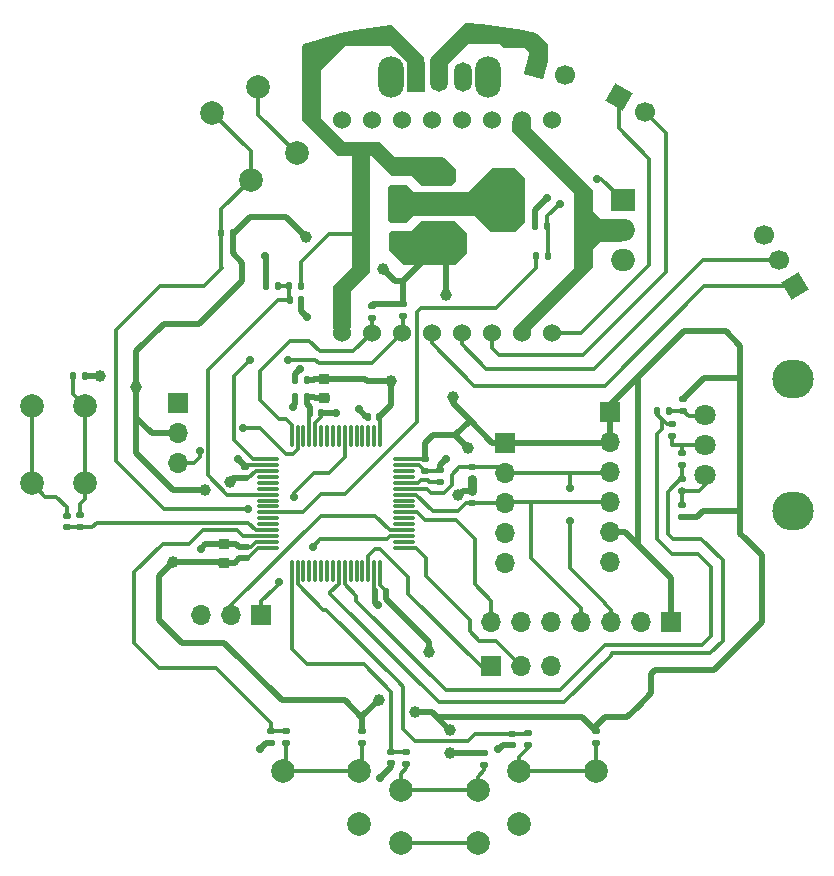
<source format=gtl>
%TF.GenerationSoftware,KiCad,Pcbnew,8.0.4*%
%TF.CreationDate,2024-08-30T00:59:45+02:00*%
%TF.ProjectId,smartEggTimer,736d6172-7445-4676-9754-696d65722e6b,rev?*%
%TF.SameCoordinates,Original*%
%TF.FileFunction,Copper,L1,Top*%
%TF.FilePolarity,Positive*%
%FSLAX46Y46*%
G04 Gerber Fmt 4.6, Leading zero omitted, Abs format (unit mm)*
G04 Created by KiCad (PCBNEW 8.0.4) date 2024-08-30 00:59:45*
%MOMM*%
%LPD*%
G01*
G04 APERTURE LIST*
G04 Aperture macros list*
%AMRoundRect*
0 Rectangle with rounded corners*
0 $1 Rounding radius*
0 $2 $3 $4 $5 $6 $7 $8 $9 X,Y pos of 4 corners*
0 Add a 4 corners polygon primitive as box body*
4,1,4,$2,$3,$4,$5,$6,$7,$8,$9,$2,$3,0*
0 Add four circle primitives for the rounded corners*
1,1,$1+$1,$2,$3*
1,1,$1+$1,$4,$5*
1,1,$1+$1,$6,$7*
1,1,$1+$1,$8,$9*
0 Add four rect primitives between the rounded corners*
20,1,$1+$1,$2,$3,$4,$5,0*
20,1,$1+$1,$4,$5,$6,$7,0*
20,1,$1+$1,$6,$7,$8,$9,0*
20,1,$1+$1,$8,$9,$2,$3,0*%
%AMHorizOval*
0 Thick line with rounded ends*
0 $1 width*
0 $2 $3 position (X,Y) of the first rounded end (center of the circle)*
0 $4 $5 position (X,Y) of the second rounded end (center of the circle)*
0 Add line between two ends*
20,1,$1,$2,$3,$4,$5,0*
0 Add two circle primitives to create the rounded ends*
1,1,$1,$2,$3*
1,1,$1,$4,$5*%
%AMRotRect*
0 Rectangle, with rotation*
0 The origin of the aperture is its center*
0 $1 length*
0 $2 width*
0 $3 Rotation angle, in degrees counterclockwise*
0 Add horizontal line*
21,1,$1,$2,0,0,$3*%
G04 Aperture macros list end*
%TA.AperFunction,ComponentPad*%
%ADD10C,2.000000*%
%TD*%
%TA.AperFunction,SMDPad,CuDef*%
%ADD11RoundRect,0.135000X0.185000X-0.135000X0.185000X0.135000X-0.185000X0.135000X-0.185000X-0.135000X0*%
%TD*%
%TA.AperFunction,SMDPad,CuDef*%
%ADD12RoundRect,0.135000X-0.135000X-0.185000X0.135000X-0.185000X0.135000X0.185000X-0.135000X0.185000X0*%
%TD*%
%TA.AperFunction,ComponentPad*%
%ADD13R,1.700000X1.700000*%
%TD*%
%TA.AperFunction,ComponentPad*%
%ADD14O,1.700000X1.700000*%
%TD*%
%TA.AperFunction,SMDPad,CuDef*%
%ADD15RoundRect,0.140000X-0.140000X-0.170000X0.140000X-0.170000X0.140000X0.170000X-0.140000X0.170000X0*%
%TD*%
%TA.AperFunction,SMDPad,CuDef*%
%ADD16RoundRect,0.135000X-0.185000X0.135000X-0.185000X-0.135000X0.185000X-0.135000X0.185000X0.135000X0*%
%TD*%
%TA.AperFunction,SMDPad,CuDef*%
%ADD17RoundRect,0.140000X0.140000X0.170000X-0.140000X0.170000X-0.140000X-0.170000X0.140000X-0.170000X0*%
%TD*%
%TA.AperFunction,ComponentPad*%
%ADD18C,1.524000*%
%TD*%
%TA.AperFunction,SMDPad,CuDef*%
%ADD19R,2.465000X1.050000*%
%TD*%
%TA.AperFunction,SMDPad,CuDef*%
%ADD20R,2.465000X3.540000*%
%TD*%
%TA.AperFunction,SMDPad,CuDef*%
%ADD21RoundRect,0.140000X-0.170000X0.140000X-0.170000X-0.140000X0.170000X-0.140000X0.170000X0.140000X0*%
%TD*%
%TA.AperFunction,SMDPad,CuDef*%
%ADD22RoundRect,0.140000X0.170000X-0.140000X0.170000X0.140000X-0.170000X0.140000X-0.170000X-0.140000X0*%
%TD*%
%TA.AperFunction,ComponentPad*%
%ADD23C,1.800000*%
%TD*%
%TA.AperFunction,ComponentPad*%
%ADD24O,3.500000X3.300000*%
%TD*%
%TA.AperFunction,SMDPad,CuDef*%
%ADD25O,0.300000X2.000000*%
%TD*%
%TA.AperFunction,SMDPad,CuDef*%
%ADD26O,2.000000X0.300000*%
%TD*%
%TA.AperFunction,SMDPad,CuDef*%
%ADD27RoundRect,0.250000X-0.475000X0.250000X-0.475000X-0.250000X0.475000X-0.250000X0.475000X0.250000X0*%
%TD*%
%TA.AperFunction,SMDPad,CuDef*%
%ADD28RoundRect,0.135000X0.135000X0.185000X-0.135000X0.185000X-0.135000X-0.185000X0.135000X-0.185000X0*%
%TD*%
%TA.AperFunction,ComponentPad*%
%ADD29RotRect,1.700000X1.700000X60.000000*%
%TD*%
%TA.AperFunction,ComponentPad*%
%ADD30HorizOval,1.700000X0.000000X0.000000X0.000000X0.000000X0*%
%TD*%
%TA.AperFunction,ComponentPad*%
%ADD31RotRect,1.700000X1.700000X211.000000*%
%TD*%
%TA.AperFunction,ComponentPad*%
%ADD32HorizOval,1.700000X0.000000X0.000000X0.000000X0.000000X0*%
%TD*%
%TA.AperFunction,ComponentPad*%
%ADD33R,2.000000X1.905000*%
%TD*%
%TA.AperFunction,ComponentPad*%
%ADD34O,2.000000X1.905000*%
%TD*%
%TA.AperFunction,SMDPad,CuDef*%
%ADD35RoundRect,0.225000X0.250000X-0.225000X0.250000X0.225000X-0.250000X0.225000X-0.250000X-0.225000X0*%
%TD*%
%TA.AperFunction,SMDPad,CuDef*%
%ADD36RoundRect,0.218750X0.256250X-0.218750X0.256250X0.218750X-0.256250X0.218750X-0.256250X-0.218750X0*%
%TD*%
%TA.AperFunction,ComponentPad*%
%ADD37RotRect,1.700000X1.700000X75.000000*%
%TD*%
%TA.AperFunction,ComponentPad*%
%ADD38HorizOval,1.700000X0.000000X0.000000X0.000000X0.000000X0*%
%TD*%
%TA.AperFunction,SMDPad,CuDef*%
%ADD39RoundRect,0.250000X0.475000X-0.250000X0.475000X0.250000X-0.475000X0.250000X-0.475000X-0.250000X0*%
%TD*%
%TA.AperFunction,ComponentPad*%
%ADD40O,2.200000X3.500000*%
%TD*%
%TA.AperFunction,ComponentPad*%
%ADD41R,1.500000X2.500000*%
%TD*%
%TA.AperFunction,ComponentPad*%
%ADD42O,1.500000X2.500000*%
%TD*%
%TA.AperFunction,ViaPad*%
%ADD43C,1.000000*%
%TD*%
%TA.AperFunction,ViaPad*%
%ADD44C,0.700000*%
%TD*%
%TA.AperFunction,Conductor*%
%ADD45C,0.500000*%
%TD*%
%TA.AperFunction,Conductor*%
%ADD46C,0.300000*%
%TD*%
%TA.AperFunction,Conductor*%
%ADD47C,0.800000*%
%TD*%
%TA.AperFunction,Conductor*%
%ADD48C,0.200000*%
%TD*%
G04 APERTURE END LIST*
D10*
%TO.P,SW6,1,1*%
%TO.N,GND*%
X106750000Y-132120000D03*
%TO.P,SW6,2,2*%
%TO.N,Net-(R20-Pad1)*%
X113250000Y-127620000D03*
X106750000Y-127620000D03*
%TD*%
D11*
%TO.P,R11,1*%
%TO.N,+3.3V*%
X120575000Y-106085000D03*
%TO.P,R11,2*%
%TO.N,Net-(R10-Pad1)*%
X120575000Y-105065000D03*
%TD*%
D12*
%TO.P,R12,1*%
%TO.N,/Battery_indicator*%
X87275000Y-86585000D03*
%TO.P,R12,2*%
%TO.N,/Battery-SW*%
X88295000Y-86585000D03*
%TD*%
D13*
%TO.P,J7,1,Pin_1*%
%TO.N,GND*%
X77900000Y-96500000D03*
D14*
%TO.P,J7,2,Pin_2*%
%TO.N,+3.3V*%
X77900000Y-99040000D03*
%TO.P,J7,3,Pin_3*%
%TO.N,/LED*%
X77900000Y-101580000D03*
%TD*%
D13*
%TO.P,J2,1,Pin_1*%
%TO.N,/JTAG_SWD*%
X104425000Y-118725000D03*
D14*
%TO.P,J2,2,Pin_2*%
%TO.N,/JTAG_SWCLK*%
X106965000Y-118725000D03*
%TO.P,J2,3,Pin_3*%
%TO.N,GND*%
X109505000Y-118725000D03*
%TD*%
D15*
%TO.P,C7,1*%
%TO.N,+3.3VA*%
X89070000Y-97275000D03*
%TO.P,C7,2*%
%TO.N,GND*%
X90030000Y-97275000D03*
%TD*%
D11*
%TO.P,R10,1*%
%TO.N,Net-(R10-Pad1)*%
X120575000Y-103885000D03*
%TO.P,R10,2*%
%TO.N,/Rotary Encoder b*%
X120575000Y-102865000D03*
%TD*%
D16*
%TO.P,R8,1*%
%TO.N,+3.3V*%
X120685000Y-96095000D03*
%TO.P,R8,2*%
%TO.N,Net-(R8-Pad2)*%
X120685000Y-97115000D03*
%TD*%
D11*
%TO.P,R20,1*%
%TO.N,Net-(R20-Pad1)*%
X113250000Y-125250000D03*
%TO.P,R20,2*%
%TO.N,+3.3V*%
X113250000Y-124230000D03*
%TD*%
D12*
%TO.P,R14,1*%
%TO.N,Net-(R14-Pad1)*%
X68965000Y-94200000D03*
%TO.P,R14,2*%
%TO.N,+3.3V*%
X69985000Y-94200000D03*
%TD*%
D10*
%TO.P,SW4,1,1*%
%TO.N,GND*%
X103250000Y-133750000D03*
X96750000Y-133750000D03*
%TO.P,SW4,2,2*%
%TO.N,Net-(R16-Pad1)*%
X103250000Y-129250000D03*
X96750000Y-129250000D03*
%TD*%
D17*
%TO.P,C3,1*%
%TO.N,+3.3V*%
X95530000Y-112450000D03*
%TO.P,C3,2*%
%TO.N,GND*%
X94570000Y-112450000D03*
%TD*%
D10*
%TO.P,SW3,1,1*%
%TO.N,GND*%
X65500000Y-103250000D03*
X65500000Y-96750000D03*
%TO.P,SW3,2,2*%
%TO.N,Net-(R14-Pad1)*%
X70000000Y-103250000D03*
X70000000Y-96750000D03*
%TD*%
D11*
%TO.P,R16,1*%
%TO.N,Net-(R16-Pad1)*%
X103816400Y-127119600D03*
%TO.P,R16,2*%
%TO.N,+3.3V*%
X103816400Y-126099600D03*
%TD*%
D18*
%TO.P,DFPlayerMini1,1,VCC*%
%TO.N,/Battery-SW*%
X91740000Y-90559000D03*
%TO.P,DFPlayerMini1,2,RX*%
%TO.N,/USART2_TX*%
X94280000Y-90559000D03*
%TO.P,DFPlayerMini1,3,TX*%
%TO.N,/USART2_RX*%
X96820000Y-90559000D03*
%TO.P,DFPlayerMini1,4,DAC_R*%
%TO.N,/DAC_R*%
X99360000Y-90559000D03*
%TO.P,DFPlayerMini1,5,DAC_L*%
%TO.N,/DAC_L*%
X101900000Y-90559000D03*
%TO.P,DFPlayerMini1,6,SPK_1*%
%TO.N,/SPK+*%
X104440000Y-90559000D03*
%TO.P,DFPlayerMini1,7,GND*%
%TO.N,/DFPlayer-Minus*%
X106980000Y-90559000D03*
%TO.P,DFPlayerMini1,8,SPK_2*%
%TO.N,/SPK-*%
X109520000Y-90559000D03*
%TO.P,DFPlayerMini1,9,IO_1*%
%TO.N,unconnected-(DFPlayerMini1-IO_1-Pad9)*%
X109520000Y-72525000D03*
%TO.P,DFPlayerMini1,10,GND*%
%TO.N,/DFPlayer-Minus*%
X106980000Y-72525000D03*
%TO.P,DFPlayerMini1,11,IO_2*%
%TO.N,unconnected-(DFPlayerMini1-IO_2-Pad11)*%
X104440000Y-72525000D03*
%TO.P,DFPlayerMini1,12,ADKEY_1*%
%TO.N,unconnected-(DFPlayerMini1-ADKEY_1-Pad12)*%
X101900000Y-72525000D03*
%TO.P,DFPlayerMini1,13,ADKEY_2*%
%TO.N,unconnected-(DFPlayerMini1-ADKEY_2-Pad13)*%
X99360000Y-72525000D03*
%TO.P,DFPlayerMini1,14,USB+*%
%TO.N,unconnected-(DFPlayerMini1-USB+-Pad14)*%
X96820000Y-72525000D03*
%TO.P,DFPlayerMini1,15,USB-*%
%TO.N,unconnected-(DFPlayerMini1-USB--Pad15)*%
X94280000Y-72525000D03*
%TO.P,DFPlayerMini1,16,BUSY*%
%TO.N,unconnected-(DFPlayerMini1-BUSY-Pad16)*%
X91740000Y-72525000D03*
%TD*%
D19*
%TO.P,U2,1,VI*%
%TO.N,/Battery-SW*%
X99842500Y-77300000D03*
D20*
%TO.P,U2,2,GND*%
%TO.N,GND*%
X105557500Y-79600000D03*
D19*
X99842500Y-79600000D03*
%TO.P,U2,3,VO*%
%TO.N,+3.3V*%
X99842500Y-81900000D03*
%TD*%
D21*
%TO.P,C17,1*%
%TO.N,/Button_2*%
X85750000Y-124270000D03*
%TO.P,C17,2*%
%TO.N,GND*%
X85750000Y-125230000D03*
%TD*%
D12*
%TO.P,R1,1*%
%TO.N,/NRST*%
X81540000Y-82050000D03*
%TO.P,R1,2*%
%TO.N,+3.3V*%
X82560000Y-82050000D03*
%TD*%
%TO.P,R5,1*%
%TO.N,/DFPlayer-On{slash}Off switch*%
X108230000Y-84050000D03*
%TO.P,R5,2*%
%TO.N,Net-(Q1-G)*%
X109250000Y-84050000D03*
%TD*%
D10*
%TO.P,SW5,1,1*%
%TO.N,GND*%
X93250000Y-132120000D03*
%TO.P,SW5,2,2*%
%TO.N,Net-(R18-Pad1)*%
X93250000Y-127620000D03*
X86750000Y-127620000D03*
%TD*%
D11*
%TO.P,R15,1*%
%TO.N,/Button_1*%
X69600000Y-107000000D03*
%TO.P,R15,2*%
%TO.N,Net-(R14-Pad1)*%
X69600000Y-105980000D03*
%TD*%
D16*
%TO.P,R23,1*%
%TO.N,+3.3V*%
X96900000Y-88125000D03*
%TO.P,R23,2*%
%TO.N,/USART2_RX*%
X96900000Y-89145000D03*
%TD*%
D15*
%TO.P,C14,1*%
%TO.N,/Battery_indicator*%
X87335000Y-87785000D03*
%TO.P,C14,2*%
%TO.N,GND*%
X88295000Y-87785000D03*
%TD*%
D16*
%TO.P,R7,1*%
%TO.N,/I2C1_SDA*%
X102800000Y-101890000D03*
%TO.P,R7,2*%
%TO.N,+3.3V*%
X102800000Y-102910000D03*
%TD*%
D17*
%TO.P,C9,1*%
%TO.N,+3.3V*%
X88770000Y-94555000D03*
%TO.P,C9,2*%
%TO.N,GND*%
X87810000Y-94555000D03*
%TD*%
D22*
%TO.P,C2,1*%
%TO.N,+3.3V*%
X83650000Y-109605000D03*
%TO.P,C2,2*%
%TO.N,GND*%
X83650000Y-108645000D03*
%TD*%
D13*
%TO.P,J1,1,Pin_1*%
%TO.N,+3.3V*%
X105600000Y-99840000D03*
D14*
%TO.P,J1,2,Pin_2*%
%TO.N,/I2C1_SDA*%
X105600000Y-102380000D03*
%TO.P,J1,3,Pin_3*%
%TO.N,/I2C1_SCL*%
X105600000Y-104920000D03*
%TO.P,J1,4,Pin_4*%
%TO.N,unconnected-(J1-Pin_4-Pad4)*%
X105600000Y-107460000D03*
%TO.P,J1,5,Pin_5*%
%TO.N,GND*%
X105600000Y-110000000D03*
%TD*%
D23*
%TO.P,SW2,A,A*%
%TO.N,Net-(R8-Pad2)*%
X122489000Y-97460000D03*
%TO.P,SW2,B,B*%
%TO.N,Net-(R10-Pad1)*%
X122489000Y-102540000D03*
D24*
%TO.P,SW2,C,C*%
%TO.N,GND*%
X129989000Y-94400000D03*
D23*
X122489000Y-100000000D03*
D24*
X129989000Y-105600000D03*
%TD*%
D25*
%TO.P,U1,1,VBAT*%
%TO.N,+3.3V*%
X95010000Y-99230000D03*
%TO.P,U1,2,PC13*%
%TO.N,unconnected-(U1-PC13-Pad2)*%
X94510000Y-99230000D03*
%TO.P,U1,3,PC14*%
%TO.N,unconnected-(U1-PC14-Pad3)*%
X94010000Y-99230000D03*
%TO.P,U1,4,PC15*%
%TO.N,unconnected-(U1-PC15-Pad4)*%
X93510000Y-99230000D03*
%TO.P,U1,5,PD0*%
%TO.N,unconnected-(U1-PD0-Pad5)*%
X93010000Y-99230000D03*
%TO.P,U1,6,PD1*%
%TO.N,unconnected-(U1-PD1-Pad6)*%
X92510000Y-99230000D03*
%TO.P,U1,7,NRST*%
%TO.N,/NRST*%
X92010000Y-99230000D03*
%TO.P,U1,8,PC0*%
%TO.N,unconnected-(U1-PC0-Pad8)*%
X91510000Y-99230000D03*
%TO.P,U1,9,PC1*%
%TO.N,unconnected-(U1-PC1-Pad9)*%
X91010000Y-99230000D03*
%TO.P,U1,10,PC2*%
%TO.N,unconnected-(U1-PC2-Pad10)*%
X90510000Y-99230000D03*
%TO.P,U1,11,PC3*%
%TO.N,unconnected-(U1-PC3-Pad11)*%
X90010000Y-99230000D03*
%TO.P,U1,12,VSSA*%
%TO.N,GND*%
X89510000Y-99230000D03*
%TO.P,U1,13,VDDA*%
%TO.N,+3.3VA*%
X89010000Y-99230000D03*
%TO.P,U1,14,PA0*%
%TO.N,unconnected-(U1-PA0-Pad14)*%
X88510000Y-99230000D03*
%TO.P,U1,15,PA1*%
%TO.N,/LED*%
X88010000Y-99230000D03*
%TO.P,U1,16,PA2*%
%TO.N,/USART2_TX*%
X87510000Y-99230000D03*
D26*
%TO.P,U1,17,PA3*%
%TO.N,/USART2_RX*%
X85510000Y-101230000D03*
%TO.P,U1,18,VSS*%
%TO.N,GND*%
X85510000Y-101730000D03*
%TO.P,U1,19,VDD*%
%TO.N,+3.3V*%
X85510000Y-102230000D03*
%TO.P,U1,20,PA4*%
%TO.N,unconnected-(U1-PA4-Pad20)*%
X85510000Y-102730000D03*
%TO.P,U1,21,PA5*%
%TO.N,unconnected-(U1-PA5-Pad21)*%
X85510000Y-103230000D03*
%TO.P,U1,22,PA6*%
%TO.N,unconnected-(U1-PA6-Pad22)*%
X85510000Y-103730000D03*
%TO.P,U1,23,PA7*%
%TO.N,/Battery_indicator*%
X85510000Y-104230000D03*
%TO.P,U1,24,PC4*%
%TO.N,unconnected-(U1-PC4-Pad24)*%
X85510000Y-104730000D03*
%TO.P,U1,25,PC5*%
%TO.N,unconnected-(U1-PC5-Pad25)*%
X85510000Y-105230000D03*
%TO.P,U1,26,PB0*%
%TO.N,/DFPlayer-On{slash}Off switch*%
X85510000Y-105730000D03*
%TO.P,U1,27,PB1*%
%TO.N,unconnected-(U1-PB1-Pad27)*%
X85510000Y-106230000D03*
%TO.P,U1,28,PB2*%
%TO.N,unconnected-(U1-PB2-Pad28)*%
X85510000Y-106730000D03*
%TO.P,U1,29,PB10*%
%TO.N,/Button_1*%
X85510000Y-107230000D03*
%TO.P,U1,30,PB11*%
%TO.N,/Button_2*%
X85510000Y-107730000D03*
%TO.P,U1,31,VSS*%
%TO.N,GND*%
X85510000Y-108230000D03*
%TO.P,U1,32,VDD*%
%TO.N,+3.3V*%
X85510000Y-108730000D03*
D25*
%TO.P,U1,33,PB12*%
%TO.N,/Button_3*%
X87510000Y-110730000D03*
%TO.P,U1,34,PB13*%
%TO.N,/Button_4*%
X88010000Y-110730000D03*
%TO.P,U1,35,PB14*%
%TO.N,unconnected-(U1-PB14-Pad35)*%
X88510000Y-110730000D03*
%TO.P,U1,36,PB15*%
%TO.N,unconnected-(U1-PB15-Pad36)*%
X89010000Y-110730000D03*
%TO.P,U1,37,PC6*%
%TO.N,unconnected-(U1-PC6-Pad37)*%
X89510000Y-110730000D03*
%TO.P,U1,38,PC7*%
%TO.N,unconnected-(U1-PC7-Pad38)*%
X90010000Y-110730000D03*
%TO.P,U1,39,PC8*%
%TO.N,unconnected-(U1-PC8-Pad39)*%
X90510000Y-110730000D03*
%TO.P,U1,40,PC9*%
%TO.N,unconnected-(U1-PC9-Pad40)*%
X91010000Y-110730000D03*
%TO.P,U1,41,PA8*%
%TO.N,/Rotary Encoder b*%
X91510000Y-110730000D03*
%TO.P,U1,42,PA9*%
%TO.N,/Rotary Encoder a*%
X92010000Y-110730000D03*
%TO.P,U1,43,PA10*%
%TO.N,unconnected-(U1-PA10-Pad43)*%
X92510000Y-110730000D03*
%TO.P,U1,44,PA11*%
%TO.N,unconnected-(U1-PA11-Pad44)*%
X93010000Y-110730000D03*
%TO.P,U1,45,PA12*%
%TO.N,unconnected-(U1-PA12-Pad45)*%
X93510000Y-110730000D03*
%TO.P,U1,46,PA13*%
%TO.N,/JTAG_SWD*%
X94010000Y-110730000D03*
%TO.P,U1,47,VSS*%
%TO.N,GND*%
X94510000Y-110730000D03*
%TO.P,U1,48,VDD*%
%TO.N,+3.3V*%
X95010000Y-110730000D03*
D26*
%TO.P,U1,49,PA14*%
%TO.N,/JTAG_SWCLK*%
X97010000Y-108730000D03*
%TO.P,U1,50,PA15*%
%TO.N,unconnected-(U1-PA15-Pad50)*%
X97010000Y-108230000D03*
%TO.P,U1,51,PC10*%
%TO.N,/USART3_TX*%
X97010000Y-107730000D03*
%TO.P,U1,52,PC11*%
%TO.N,/USART3_RX*%
X97010000Y-107230000D03*
%TO.P,U1,53,PC12*%
%TO.N,unconnected-(U1-PC12-Pad53)*%
X97010000Y-106730000D03*
%TO.P,U1,54,PD2*%
%TO.N,unconnected-(U1-PD2-Pad54)*%
X97010000Y-106230000D03*
%TO.P,U1,55,PB3*%
%TO.N,/display_reset*%
X97010000Y-105730000D03*
%TO.P,U1,56,PB4*%
%TO.N,unconnected-(U1-PB4-Pad56)*%
X97010000Y-105230000D03*
%TO.P,U1,57,PB5*%
%TO.N,unconnected-(U1-PB5-Pad57)*%
X97010000Y-104730000D03*
%TO.P,U1,58,PB6*%
%TO.N,/I2C1_SCL*%
X97010000Y-104230000D03*
%TO.P,U1,59,PB7*%
%TO.N,/I2C1_SDA*%
X97010000Y-103730000D03*
%TO.P,U1,60,BOOT0*%
%TO.N,/BOOT0*%
X97010000Y-103230000D03*
%TO.P,U1,61,PB8*%
%TO.N,unconnected-(U1-PB8-Pad61)*%
X97010000Y-102730000D03*
%TO.P,U1,62,PB9*%
%TO.N,unconnected-(U1-PB9-Pad62)*%
X97010000Y-102230000D03*
%TO.P,U1,63,VSS*%
%TO.N,GND*%
X97010000Y-101730000D03*
%TO.P,U1,64,VDD*%
%TO.N,+3.3V*%
X97010000Y-101230000D03*
%TD*%
D12*
%TO.P,R13,1*%
%TO.N,GND*%
X85305000Y-86585000D03*
%TO.P,R13,2*%
%TO.N,/Battery_indicator*%
X86325000Y-86585000D03*
%TD*%
D21*
%TO.P,C6,1*%
%TO.N,+3.3V*%
X98820000Y-101230000D03*
%TO.P,C6,2*%
%TO.N,GND*%
X98820000Y-102190000D03*
%TD*%
%TO.P,C13,1*%
%TO.N,GND*%
X120575000Y-100720000D03*
%TO.P,C13,2*%
%TO.N,/Rotary Encoder b*%
X120575000Y-101680000D03*
%TD*%
D22*
%TO.P,C4,1*%
%TO.N,+3.3V*%
X83570000Y-102845000D03*
%TO.P,C4,2*%
%TO.N,GND*%
X83570000Y-101885000D03*
%TD*%
D16*
%TO.P,R2,1*%
%TO.N,GND*%
X100060000Y-102105000D03*
%TO.P,R2,2*%
%TO.N,/BOOT0*%
X100060000Y-103125000D03*
%TD*%
D27*
%TO.P,C10,1*%
%TO.N,/Battery-SW*%
X96550000Y-76667500D03*
%TO.P,C10,2*%
%TO.N,GND*%
X96550000Y-78567500D03*
%TD*%
D22*
%TO.P,C15,1*%
%TO.N,/Button_1*%
X68475000Y-106970000D03*
%TO.P,C15,2*%
%TO.N,GND*%
X68475000Y-106010000D03*
%TD*%
D28*
%TO.P,R9,1*%
%TO.N,Net-(R8-Pad2)*%
X119470000Y-97130000D03*
%TO.P,R9,2*%
%TO.N,/Rotary Encoder a*%
X118450000Y-97130000D03*
%TD*%
D16*
%TO.P,R22,1*%
%TO.N,+3.3V*%
X94300000Y-88215000D03*
%TO.P,R22,2*%
%TO.N,/USART2_TX*%
X94300000Y-89235000D03*
%TD*%
D29*
%TO.P,J5,1,Pin_1*%
%TO.N,/SPK-*%
X115200000Y-70530000D03*
D30*
%TO.P,J5,2,Pin_2*%
%TO.N,/SPK+*%
X117399705Y-71800000D03*
%TD*%
D31*
%TO.P,J8,1,Pin_1*%
%TO.N,/DAC_R*%
X130108197Y-86577205D03*
D32*
%TO.P,J8,2,Pin_2*%
%TO.N,/DAC_L*%
X128800000Y-84400000D03*
%TO.P,J8,3,Pin_3*%
%TO.N,GND*%
X127491804Y-82222795D03*
%TD*%
D13*
%TO.P,J3,1,Pin_1*%
%TO.N,/USART3_TX*%
X84925000Y-114400000D03*
D14*
%TO.P,J3,2,Pin_2*%
%TO.N,/USART3_RX*%
X82385000Y-114400000D03*
%TO.P,J3,3,Pin_3*%
%TO.N,GND*%
X79845000Y-114400000D03*
%TD*%
D21*
%TO.P,C12,1*%
%TO.N,/Rotary Encoder a*%
X119685000Y-98270000D03*
%TO.P,C12,2*%
%TO.N,GND*%
X119685000Y-99230000D03*
%TD*%
D16*
%TO.P,R21,1*%
%TO.N,/Button_4*%
X107500000Y-124430000D03*
%TO.P,R21,2*%
%TO.N,Net-(R20-Pad1)*%
X107500000Y-125450000D03*
%TD*%
D17*
%TO.P,C8,1*%
%TO.N,+3.3VA*%
X88780000Y-95955000D03*
%TO.P,C8,2*%
%TO.N,GND*%
X87820000Y-95955000D03*
%TD*%
D13*
%TO.P,J4,1,Pin_1*%
%TO.N,+3.3V*%
X114475000Y-97260000D03*
D14*
%TO.P,J4,2,Pin_2*%
X114475000Y-99800000D03*
%TO.P,J4,3,Pin_3*%
%TO.N,/I2C1_SDA*%
X114475000Y-102340000D03*
%TO.P,J4,4,Pin_4*%
%TO.N,/I2C1_SCL*%
X114475000Y-104880000D03*
%TO.P,J4,5,Pin_5*%
%TO.N,+3.3V*%
X114475000Y-107420000D03*
%TO.P,J4,6,Pin_6*%
%TO.N,GND*%
X114475000Y-109960000D03*
%TD*%
D21*
%TO.P,C16,1*%
%TO.N,/Button_3*%
X95917000Y-126020000D03*
%TO.P,C16,2*%
%TO.N,GND*%
X95917000Y-126980000D03*
%TD*%
D17*
%TO.P,C5,1*%
%TO.N,+3.3V*%
X94940000Y-97615000D03*
%TO.P,C5,2*%
%TO.N,GND*%
X93980000Y-97615000D03*
%TD*%
D33*
%TO.P,Q1,1,G*%
%TO.N,Net-(Q1-G)*%
X115550000Y-79310000D03*
D34*
%TO.P,Q1,2,D*%
%TO.N,/DFPlayer-Minus*%
X115550000Y-81850000D03*
%TO.P,Q1,3,S*%
%TO.N,GND*%
X115550000Y-84390000D03*
%TD*%
D13*
%TO.P,OLED-15W-C1,1,VCC*%
%TO.N,+3.3V*%
X119640000Y-115000000D03*
D14*
%TO.P,OLED-15W-C1,2,GND*%
%TO.N,GND*%
X117100000Y-115000000D03*
%TO.P,OLED-15W-C1,3,DIN*%
%TO.N,/I2C1_SDA*%
X114560000Y-115000000D03*
%TO.P,OLED-15W-C1,4,CLK*%
%TO.N,/I2C1_SCL*%
X112020000Y-115000000D03*
%TO.P,OLED-15W-C1,5,CS*%
%TO.N,unconnected-(OLED-15W-C1-CS-Pad5)*%
X109480000Y-115000000D03*
%TO.P,OLED-15W-C1,6,D/C*%
%TO.N,unconnected-(OLED-15W-C1-D{slash}C-Pad6)*%
X106940000Y-115000000D03*
%TO.P,OLED-15W-C1,7,RES*%
%TO.N,/display_reset*%
X104400000Y-115000000D03*
%TD*%
D16*
%TO.P,R17,1*%
%TO.N,/Button_3*%
X97187000Y-125990000D03*
%TO.P,R17,2*%
%TO.N,Net-(R16-Pad1)*%
X97187000Y-127010000D03*
%TD*%
D11*
%TO.P,R6,1*%
%TO.N,/I2C1_SCL*%
X102800000Y-104910000D03*
%TO.P,R6,2*%
%TO.N,+3.3V*%
X102800000Y-103890000D03*
%TD*%
D35*
%TO.P,C1,1*%
%TO.N,+3.3V*%
X81800000Y-109975000D03*
%TO.P,C1,2*%
%TO.N,GND*%
X81800000Y-108425000D03*
%TD*%
D16*
%TO.P,R19,1*%
%TO.N,/Button_2*%
X87000000Y-124240000D03*
%TO.P,R19,2*%
%TO.N,Net-(R18-Pad1)*%
X87000000Y-125260000D03*
%TD*%
D21*
%TO.P,C18,1*%
%TO.N,/Button_4*%
X106165000Y-124460000D03*
%TO.P,C18,2*%
%TO.N,GND*%
X106165000Y-125420000D03*
%TD*%
D36*
%TO.P,FB1,1*%
%TO.N,+3.3VA*%
X90260000Y-96030000D03*
%TO.P,FB1,2*%
%TO.N,+3.3V*%
X90260000Y-94455000D03*
%TD*%
D37*
%TO.P,J6,1,Pin_1*%
%TO.N,/Bat+*%
X108200000Y-68000000D03*
D38*
%TO.P,J6,2,Pin_2*%
%TO.N,GND*%
X110653452Y-68657400D03*
%TD*%
D39*
%TO.P,C11,1*%
%TO.N,+3.3V*%
X96550000Y-82505000D03*
%TO.P,C11,2*%
%TO.N,GND*%
X96550000Y-80605000D03*
%TD*%
D11*
%TO.P,R18,1*%
%TO.N,Net-(R18-Pad1)*%
X93500000Y-125260000D03*
%TO.P,R18,2*%
%TO.N,+3.3V*%
X93500000Y-124240000D03*
%TD*%
D28*
%TO.P,R4,1*%
%TO.N,Net-(Q1-G)*%
X109160000Y-81450000D03*
%TO.P,R4,2*%
%TO.N,GND*%
X108140000Y-81450000D03*
%TD*%
D40*
%TO.P,SW7,*%
%TO.N,*%
X95900000Y-68890001D03*
X104100002Y-68889999D03*
D41*
%TO.P,SW7,1,A*%
%TO.N,/Battery-SW*%
X98000001Y-68890000D03*
D42*
%TO.P,SW7,2,B*%
%TO.N,/Bat+*%
X100000000Y-68890000D03*
%TO.P,SW7,3,C*%
%TO.N,unconnected-(SW7-C-Pad3)*%
X102000002Y-68890000D03*
%TD*%
D10*
%TO.P,SW1,1,1*%
%TO.N,GND*%
X87925000Y-75304165D03*
X84675000Y-69675000D03*
%TO.P,SW1,2,2*%
%TO.N,/NRST*%
X84027886Y-77554166D03*
X80777885Y-71925000D03*
%TD*%
D43*
%TO.N,+3.3V*%
X95250000Y-85125000D03*
X99125000Y-117525000D03*
X101575000Y-104300000D03*
X94925000Y-121575000D03*
X100925000Y-124125000D03*
X88725000Y-82400000D03*
X74375000Y-95125000D03*
X95900000Y-94625000D03*
X102475000Y-100300000D03*
X101175000Y-95975000D03*
X100575000Y-87300000D03*
X80150000Y-103825000D03*
X71325000Y-94225000D03*
X100925000Y-126125000D03*
X82300000Y-103125000D03*
X77450000Y-109950000D03*
X97925000Y-122650000D03*
D44*
%TO.N,GND*%
X105000000Y-125800000D03*
X98025000Y-79050000D03*
X103800000Y-78575000D03*
X91225000Y-97325000D03*
X95000000Y-128200000D03*
X103800000Y-79575000D03*
X100600000Y-101200000D03*
X79800000Y-108800000D03*
X83000000Y-101200000D03*
X85215000Y-83985000D03*
X84800000Y-125800000D03*
X101675000Y-79200000D03*
X103800000Y-80575000D03*
X101675000Y-80000000D03*
X109125000Y-79125000D03*
X88200000Y-93600000D03*
X93200000Y-97000000D03*
X88815000Y-89185000D03*
X87600000Y-96800000D03*
X94800000Y-113600000D03*
X98025000Y-80150000D03*
%TO.N,/USART2_RX*%
X84000000Y-92800000D03*
X87200000Y-92800000D03*
%TO.N,/I2C1_SDA*%
X111075000Y-103625000D03*
X111075000Y-106475000D03*
%TO.N,/USART3_TX*%
X89300000Y-108625000D03*
X86400000Y-111600000D03*
%TO.N,/LED*%
X83400000Y-98600000D03*
X79750000Y-100525000D03*
%TO.N,/NRST*%
X83800000Y-105450000D03*
X87700000Y-104425000D03*
%TO.N,Net-(Q1-G)*%
X113400000Y-77500000D03*
X110200000Y-79600000D03*
%TD*%
D45*
%TO.N,+3.3V*%
X99125000Y-116700000D02*
X99125000Y-117525000D01*
X119640000Y-111290000D02*
X119640000Y-115000000D01*
X117975000Y-119375000D02*
X118250000Y-119100000D01*
X74375000Y-100725000D02*
X77475000Y-103825000D01*
X99400000Y-122650000D02*
X99825000Y-123075000D01*
X104515000Y-99840000D02*
X105600000Y-99840000D01*
X96900000Y-86125000D02*
X96250000Y-86125000D01*
X125500000Y-107525000D02*
X125500000Y-105600000D01*
X115925000Y-123075000D02*
X116900000Y-122100000D01*
X74375000Y-97700000D02*
X74375000Y-100725000D01*
X81775000Y-109950000D02*
X81800000Y-109975000D01*
X75715000Y-99040000D02*
X74375000Y-97700000D01*
X76300000Y-114875000D02*
X78225000Y-116800000D01*
X89485000Y-94455000D02*
X90260000Y-94455000D01*
X94390000Y-88125000D02*
X94300000Y-88215000D01*
X121790000Y-106085000D02*
X122300000Y-105575000D01*
X125500000Y-105600000D02*
X125500000Y-94325000D01*
X122455000Y-94325000D02*
X125500000Y-94325000D01*
X125050000Y-117300000D02*
X127325000Y-115025000D01*
X95530000Y-113105000D02*
X99125000Y-116700000D01*
D46*
X96935000Y-101230000D02*
X98820000Y-101230000D01*
D45*
X81825000Y-116800000D02*
X86675000Y-121650000D01*
X120685000Y-96095000D02*
X122455000Y-94325000D01*
X99550000Y-81900000D02*
X99550000Y-83475000D01*
X105600000Y-99840000D02*
X114435000Y-99840000D01*
D46*
X84452893Y-102230000D02*
X83837893Y-102845000D01*
D45*
X79700000Y-89750000D02*
X76675000Y-89750000D01*
X101175000Y-95975000D02*
X101175000Y-96500000D01*
D46*
X85585000Y-108730000D02*
X84760000Y-108730000D01*
D45*
X83350000Y-84600000D02*
X83350000Y-86100000D01*
X88770000Y-94555000D02*
X89335000Y-94555000D01*
X87075000Y-80750000D02*
X83950000Y-80750000D01*
X83095000Y-109605000D02*
X82725000Y-109975000D01*
X99825000Y-123075000D02*
X100875000Y-124125000D01*
X101375000Y-99200000D02*
X102600000Y-97975000D01*
X82560000Y-83810000D02*
X83350000Y-84600000D01*
X76300000Y-111100000D02*
X76300000Y-114875000D01*
X93500000Y-123000000D02*
X94925000Y-121575000D01*
D46*
X95530000Y-112403154D02*
X95530000Y-112450000D01*
D45*
X83570000Y-102845000D02*
X82580000Y-102845000D01*
X77475000Y-103825000D02*
X80150000Y-103825000D01*
X100875000Y-124125000D02*
X100925000Y-124125000D01*
X95900000Y-94625000D02*
X93925000Y-94625000D01*
X82650000Y-82050000D02*
X82560000Y-82050000D01*
X83350000Y-86100000D02*
X79700000Y-89750000D01*
X101175000Y-96500000D02*
X102600000Y-97925000D01*
X93925000Y-94625000D02*
X93755000Y-94455000D01*
X77450000Y-109950000D02*
X76300000Y-111100000D01*
X114475000Y-96675000D02*
X120750000Y-90400000D01*
X69985000Y-94200000D02*
X71300000Y-94200000D01*
X89335000Y-94555000D02*
X89460000Y-94430000D01*
X100925000Y-126125000D02*
X103791000Y-126125000D01*
X103791000Y-126125000D02*
X103816400Y-126099600D01*
X101985000Y-103890000D02*
X101575000Y-104300000D01*
D46*
X85510000Y-102230000D02*
X84452893Y-102230000D01*
D45*
X93755000Y-94455000D02*
X90260000Y-94455000D01*
X99475000Y-99200000D02*
X98820000Y-99855000D01*
X95900000Y-96655000D02*
X94940000Y-97615000D01*
X77450000Y-109950000D02*
X81775000Y-109950000D01*
X114475000Y-97260000D02*
X114475000Y-96675000D01*
X83950000Y-80750000D02*
X82650000Y-82050000D01*
X117975000Y-121025000D02*
X117975000Y-119875000D01*
X102800000Y-103890000D02*
X101985000Y-103890000D01*
X116837500Y-108487500D02*
X119640000Y-111290000D01*
X127325000Y-111100000D02*
X127325000Y-109350000D01*
X120575000Y-106085000D02*
X121790000Y-106085000D01*
X74375000Y-92050000D02*
X74375000Y-95125000D01*
X125875000Y-107900000D02*
X125500000Y-107525000D01*
X95900000Y-94625000D02*
X95900000Y-96655000D01*
X99825000Y-123075000D02*
X112095000Y-123075000D01*
X118250000Y-119100000D02*
X123250000Y-119100000D01*
X101375000Y-99200000D02*
X99475000Y-99200000D01*
X120750000Y-90400000D02*
X124275000Y-90400000D01*
X100575000Y-84500000D02*
X100575000Y-87300000D01*
X122300000Y-105575000D02*
X125475000Y-105575000D01*
X125500000Y-91625000D02*
X125500000Y-94325000D01*
X123250000Y-119100000D02*
X125050000Y-117300000D01*
X114475000Y-99800000D02*
X114475000Y-97260000D01*
D46*
X95010000Y-111883154D02*
X95530000Y-112403154D01*
D45*
X114435000Y-99840000D02*
X114475000Y-99800000D01*
X74375000Y-95125000D02*
X74375000Y-97700000D01*
X86675000Y-121650000D02*
X92025000Y-121650000D01*
X125475000Y-105575000D02*
X125500000Y-105600000D01*
X78225000Y-116800000D02*
X81825000Y-116800000D01*
X102475000Y-100300000D02*
X101375000Y-99200000D01*
X98820000Y-99855000D02*
X98820000Y-101230000D01*
X93500000Y-123125000D02*
X93500000Y-123000000D01*
X117975000Y-119875000D02*
X117975000Y-119375000D01*
X97925000Y-122650000D02*
X99400000Y-122650000D01*
X114000000Y-123075000D02*
X115925000Y-123075000D01*
X127325000Y-115025000D02*
X127325000Y-111100000D01*
X96900000Y-88125000D02*
X94390000Y-88125000D01*
D46*
X84706880Y-102230000D02*
X85585000Y-102230000D01*
X85510000Y-108730000D02*
X84670000Y-108730000D01*
D45*
X96250000Y-86125000D02*
X95250000Y-85125000D01*
X116837500Y-108487500D02*
X115770000Y-107420000D01*
X95530000Y-112450000D02*
X95530000Y-113105000D01*
X92025000Y-121650000D02*
X93500000Y-123125000D01*
X113250000Y-124230000D02*
X113250000Y-123825000D01*
X102600000Y-97975000D02*
X102600000Y-97925000D01*
X82560000Y-82050000D02*
X82560000Y-83810000D01*
X82725000Y-109975000D02*
X81800000Y-109975000D01*
X93500000Y-123125000D02*
X93500000Y-124240000D01*
X71300000Y-94200000D02*
X71325000Y-94225000D01*
D46*
X94940000Y-97615000D02*
X95010000Y-97685000D01*
D45*
X116837500Y-94312500D02*
X116837500Y-108487500D01*
D46*
X95010000Y-110730000D02*
X95010000Y-111883154D01*
D45*
X82580000Y-102845000D02*
X82300000Y-103125000D01*
X127325000Y-109350000D02*
X125875000Y-107900000D01*
X99550000Y-83475000D02*
X96900000Y-86125000D01*
X113250000Y-123825000D02*
X114000000Y-123075000D01*
X102600000Y-97925000D02*
X104515000Y-99840000D01*
D46*
X95010000Y-110655000D02*
X95010000Y-111326014D01*
D45*
X89460000Y-94430000D02*
X89485000Y-94455000D01*
D46*
X85510000Y-108730000D02*
X84685000Y-108730000D01*
D45*
X116900000Y-122100000D02*
X117975000Y-121025000D01*
X115770000Y-107420000D02*
X114475000Y-107420000D01*
D46*
X83837893Y-102845000D02*
X83570000Y-102845000D01*
D45*
X99550000Y-83475000D02*
X100575000Y-84500000D01*
X77900000Y-99040000D02*
X75715000Y-99040000D01*
X83650000Y-109605000D02*
X83095000Y-109605000D01*
X88725000Y-82400000D02*
X87075000Y-80750000D01*
X96900000Y-86125000D02*
X96900000Y-88125000D01*
D46*
X95010000Y-97685000D02*
X95010000Y-99305000D01*
D45*
X124275000Y-90400000D02*
X125500000Y-91625000D01*
X112095000Y-123075000D02*
X113250000Y-124230000D01*
X76675000Y-89750000D02*
X74375000Y-92050000D01*
D46*
X84685000Y-108730000D02*
X83820000Y-109595000D01*
D47*
X102800000Y-102910000D02*
X102800000Y-103890000D01*
D45*
%TO.N,GND*%
X87820000Y-96580000D02*
X87600000Y-96800000D01*
D46*
X120600000Y-100000000D02*
X120600000Y-100150000D01*
X84047893Y-108635000D02*
X83820000Y-108635000D01*
D45*
X83570000Y-101885000D02*
X83570000Y-101770000D01*
X94840000Y-113560000D02*
X94800000Y-113600000D01*
D46*
X106670000Y-132200000D02*
X106750000Y-132120000D01*
D45*
X85750000Y-125230000D02*
X85370000Y-125230000D01*
X83650000Y-108645000D02*
X83045000Y-108645000D01*
X106165000Y-125420000D02*
X105420000Y-125420000D01*
X83570000Y-101770000D02*
X83000000Y-101200000D01*
D46*
X66650000Y-104400000D02*
X67600000Y-104400000D01*
X89510000Y-99230000D02*
X89510000Y-98172893D01*
D45*
X95917000Y-127283000D02*
X95000000Y-128200000D01*
X90080000Y-97325000D02*
X90030000Y-97275000D01*
X81800000Y-108425000D02*
X80175000Y-108425000D01*
D46*
X89510000Y-99305000D02*
X89510000Y-98426880D01*
D45*
X94570000Y-112450000D02*
X94570000Y-113370000D01*
X80175000Y-108425000D02*
X79800000Y-108800000D01*
D46*
X98313154Y-101730000D02*
X98773154Y-102190000D01*
D45*
X85305000Y-86585000D02*
X85305000Y-84075000D01*
D46*
X119685000Y-100000000D02*
X120600000Y-100000000D01*
D45*
X85370000Y-125230000D02*
X84800000Y-125800000D01*
D46*
X65500000Y-103250000D02*
X66650000Y-104400000D01*
D45*
X94570000Y-113370000D02*
X94800000Y-113600000D01*
D46*
X94510000Y-110655000D02*
X94510000Y-111533120D01*
X99975000Y-102190000D02*
X100060000Y-102105000D01*
X98773154Y-102190000D02*
X98820000Y-102190000D01*
D45*
X95917000Y-127083000D02*
X95917000Y-127283000D01*
D46*
X65500000Y-100000000D02*
X65500000Y-103250000D01*
X97010000Y-101730000D02*
X98313154Y-101730000D01*
X93530000Y-132400000D02*
X93250000Y-132120000D01*
X67600000Y-104400000D02*
X68475000Y-105275000D01*
D45*
X87810000Y-94555000D02*
X87810000Y-93990000D01*
X88295000Y-87785000D02*
X88295000Y-88665000D01*
D46*
X120600000Y-100000000D02*
X122500000Y-100000000D01*
X65500000Y-96750000D02*
X65500000Y-100000000D01*
X84675000Y-72054165D02*
X87925000Y-75304165D01*
D45*
X100060000Y-101740000D02*
X100600000Y-101200000D01*
D46*
X120600000Y-100150000D02*
X120575000Y-100175000D01*
X85510000Y-101730000D02*
X83725000Y-101730000D01*
D45*
X108140000Y-80110000D02*
X109125000Y-79125000D01*
D46*
X68475000Y-105275000D02*
X68475000Y-106010000D01*
D45*
X100060000Y-102105000D02*
X100060000Y-101740000D01*
X93815000Y-97615000D02*
X93200000Y-97000000D01*
D46*
X96935000Y-101730000D02*
X97813120Y-101730000D01*
D45*
X82825000Y-108425000D02*
X81800000Y-108425000D01*
D46*
X90030000Y-97652893D02*
X90030000Y-97275000D01*
X83725000Y-101730000D02*
X83570000Y-101885000D01*
X98820000Y-102190000D02*
X99975000Y-102190000D01*
D45*
X83045000Y-108645000D02*
X82825000Y-108425000D01*
X105420000Y-125420000D02*
X105040000Y-125800000D01*
D46*
X96750000Y-133750000D02*
X100000000Y-133750000D01*
D45*
X108140000Y-81450000D02*
X108140000Y-80110000D01*
D46*
X85510000Y-108230000D02*
X84452893Y-108230000D01*
D45*
X105040000Y-125800000D02*
X105000000Y-125800000D01*
X88295000Y-88665000D02*
X88815000Y-89185000D01*
D46*
X94510000Y-112390000D02*
X94570000Y-112450000D01*
D45*
X91225000Y-97325000D02*
X90080000Y-97325000D01*
X87810000Y-93990000D02*
X88200000Y-93600000D01*
X93980000Y-97615000D02*
X93815000Y-97615000D01*
D46*
X95917000Y-126980000D02*
X95917000Y-127083000D01*
X94510000Y-110730000D02*
X94510000Y-112390000D01*
X84452893Y-108230000D02*
X84047893Y-108635000D01*
X84675000Y-69675000D02*
X84675000Y-72054165D01*
D45*
X87820000Y-95955000D02*
X87820000Y-96580000D01*
D46*
X89510000Y-98172893D02*
X90030000Y-97652893D01*
X120575000Y-100175000D02*
X120575000Y-100720000D01*
X100000000Y-133750000D02*
X103250000Y-133750000D01*
X119685000Y-99230000D02*
X119685000Y-100000000D01*
D45*
%TO.N,+3.3VA*%
X88780000Y-95955000D02*
X88780000Y-96530000D01*
X89070000Y-96820000D02*
X89070000Y-97275000D01*
X89460000Y-96030000D02*
X89385000Y-95955000D01*
D46*
X89010000Y-97335000D02*
X89010000Y-99230000D01*
D45*
X90260000Y-96030000D02*
X89460000Y-96030000D01*
X88780000Y-96530000D02*
X89070000Y-96820000D01*
D46*
X89070000Y-97275000D02*
X89010000Y-97335000D01*
D45*
X89385000Y-95955000D02*
X88780000Y-95955000D01*
D46*
%TO.N,/Battery-SW*%
X90250000Y-82600000D02*
X90700000Y-82150000D01*
X88295000Y-86585000D02*
X88295000Y-84555000D01*
X88295000Y-84555000D02*
X90250000Y-82600000D01*
X90700000Y-82150000D02*
X93500000Y-82150000D01*
%TO.N,/Rotary Encoder a*%
X118450000Y-97130000D02*
X118450000Y-97450000D01*
X121950000Y-109275000D02*
X119700000Y-109275000D01*
X123000000Y-110325000D02*
X121950000Y-109275000D01*
X100600000Y-120800000D02*
X110200000Y-120800000D01*
X93000000Y-113200000D02*
X100600000Y-120800000D01*
X92010000Y-110730000D02*
X92010000Y-111787107D01*
X118837500Y-98712500D02*
X118837500Y-97837500D01*
X119700000Y-109275000D02*
X118425000Y-108000000D01*
X118837500Y-97837500D02*
X119270000Y-98270000D01*
X92010000Y-110655000D02*
X92010000Y-111533120D01*
X123000000Y-116200000D02*
X123000000Y-110325000D01*
X110200000Y-120800000D02*
X114000000Y-117000000D01*
X118450000Y-97450000D02*
X118837500Y-97837500D01*
X118425000Y-108000000D02*
X118425000Y-99125000D01*
X93000000Y-112777107D02*
X93000000Y-113200000D01*
X114000000Y-117000000D02*
X114000000Y-116950000D01*
X118425000Y-99125000D02*
X118837500Y-98712500D01*
X119270000Y-98270000D02*
X119685000Y-98270000D01*
X92010000Y-111787107D02*
X93000000Y-112777107D01*
X122250000Y-116950000D02*
X123000000Y-116200000D01*
X114000000Y-116950000D02*
X122250000Y-116950000D01*
%TO.N,/USART2_RX*%
X82600000Y-94200000D02*
X84000000Y-92800000D01*
X89500000Y-92800000D02*
X89800000Y-93100000D01*
D48*
X84230000Y-101230000D02*
X85200000Y-101230000D01*
D46*
X96900000Y-89954000D02*
X96820000Y-90034000D01*
X84230000Y-101230000D02*
X83200000Y-100200000D01*
X85585000Y-101230000D02*
X85200000Y-101230000D01*
X87200000Y-92800000D02*
X89500000Y-92800000D01*
X89800000Y-93100000D02*
X94279000Y-93100000D01*
X85585000Y-101230000D02*
X84230000Y-101230000D01*
X83200000Y-100200000D02*
X82600000Y-99600000D01*
X82600000Y-95200000D02*
X82600000Y-94200000D01*
X94279000Y-93100000D02*
X96820000Y-90559000D01*
X96900000Y-89145000D02*
X96900000Y-90479000D01*
X96900000Y-90479000D02*
X96820000Y-90559000D01*
X82600000Y-99600000D02*
X82600000Y-95200000D01*
%TO.N,/Rotary Encoder b*%
X114525000Y-117800000D02*
X114525000Y-117875000D01*
X122200000Y-108000000D02*
X124000000Y-109800000D01*
X122925000Y-117675000D02*
X114650000Y-117675000D01*
X120575000Y-102775000D02*
X119375000Y-103975000D01*
X90800000Y-112497107D02*
X90800000Y-112600000D01*
X91510000Y-111787107D02*
X90800000Y-112497107D01*
X91510000Y-110730000D02*
X91510000Y-111787107D01*
X114650000Y-117675000D02*
X114525000Y-117800000D01*
X120590000Y-102790000D02*
X120600000Y-102780000D01*
X91510000Y-111533120D02*
X91510000Y-110655000D01*
X119800000Y-108000000D02*
X122200000Y-108000000D01*
X120575000Y-102775000D02*
X120590000Y-102790000D01*
X120540000Y-101715000D02*
X120575000Y-101680000D01*
X110600000Y-121800000D02*
X100000000Y-121800000D01*
X124000000Y-109800000D02*
X124000000Y-116600000D01*
X119375000Y-107575000D02*
X119800000Y-108000000D01*
X100000000Y-121800000D02*
X90800000Y-112600000D01*
X119375000Y-103975000D02*
X119375000Y-107575000D01*
X114525000Y-117875000D02*
X110600000Y-121800000D01*
X124000000Y-116600000D02*
X122925000Y-117675000D01*
X120575000Y-101680000D02*
X120575000Y-102775000D01*
%TO.N,/Battery_indicator*%
X86315000Y-87785000D02*
X80450000Y-93650000D01*
X82080000Y-104230000D02*
X82500000Y-104230000D01*
X80450000Y-93650000D02*
X80450000Y-102600000D01*
X87335000Y-87785000D02*
X86315000Y-87785000D01*
X87275000Y-86585000D02*
X87275000Y-87725000D01*
X80450000Y-102600000D02*
X82080000Y-104230000D01*
X82500000Y-104230000D02*
X85585000Y-104230000D01*
X86325000Y-86585000D02*
X87275000Y-86585000D01*
%TO.N,/Button_1*%
X83800000Y-106600000D02*
X71000000Y-106600000D01*
X84452893Y-107230000D02*
X83822893Y-106600000D01*
X68475000Y-106970000D02*
X69570000Y-106970000D01*
X71000000Y-106600000D02*
X70600000Y-107000000D01*
X85510000Y-107230000D02*
X84452893Y-107230000D01*
X83822893Y-106600000D02*
X83800000Y-106600000D01*
X85585000Y-107230000D02*
X84706880Y-107230000D01*
X70600000Y-107000000D02*
X69600000Y-107000000D01*
X69570000Y-106970000D02*
X69600000Y-107000000D01*
%TO.N,/Button_3*%
X87510000Y-110655000D02*
X87510000Y-117310000D01*
X93600000Y-118600000D02*
X95917000Y-120917000D01*
X95917000Y-126020000D02*
X97157000Y-126020000D01*
X88800000Y-118600000D02*
X93600000Y-118600000D01*
X87510000Y-117310000D02*
X88800000Y-118600000D01*
X95917000Y-120917000D02*
X95917000Y-126020000D01*
X97157000Y-126020000D02*
X97187000Y-125990000D01*
%TO.N,/Button_2*%
X82870000Y-107200000D02*
X80000000Y-107200000D01*
X83400000Y-107730000D02*
X82870000Y-107200000D01*
X81100000Y-118900000D02*
X85750000Y-123550000D01*
X74200000Y-116825000D02*
X76275000Y-118900000D01*
X85750000Y-124270000D02*
X86970000Y-124270000D01*
X80000000Y-107200000D02*
X78800000Y-108400000D01*
X74200000Y-110800000D02*
X74200000Y-116825000D01*
X86970000Y-124270000D02*
X87000000Y-124240000D01*
X76275000Y-118900000D02*
X81100000Y-118900000D01*
X78800000Y-108400000D02*
X76600000Y-108400000D01*
X85750000Y-123550000D02*
X85750000Y-124270000D01*
X76600000Y-108400000D02*
X74200000Y-110800000D01*
X85585000Y-107730000D02*
X83400000Y-107730000D01*
%TO.N,/Button_4*%
X103065000Y-124460000D02*
X102450000Y-125075000D01*
X96975000Y-120498120D02*
X96588440Y-120111560D01*
X88010000Y-111787107D02*
X90184453Y-113961560D01*
X102450000Y-125075000D02*
X99375000Y-125075000D01*
X106165000Y-124460000D02*
X103065000Y-124460000D01*
X99375000Y-125075000D02*
X97975000Y-125075000D01*
X96975000Y-124075000D02*
X96975000Y-120498120D01*
X90438440Y-113961560D02*
X96588440Y-120111560D01*
X90184453Y-113961560D02*
X90438440Y-113961560D01*
X97975000Y-125075000D02*
X96975000Y-124075000D01*
X88010000Y-110730000D02*
X88010000Y-111787107D01*
X107470000Y-124460000D02*
X107500000Y-124430000D01*
X106165000Y-124460000D02*
X107470000Y-124460000D01*
%TO.N,/I2C1_SDA*%
X105980000Y-102380000D02*
X105500000Y-101900000D01*
D48*
X105490000Y-101890000D02*
X105500000Y-101900000D01*
D46*
X114435000Y-102380000D02*
X114475000Y-102340000D01*
X111075000Y-102380000D02*
X114435000Y-102380000D01*
X105600000Y-102380000D02*
X111075000Y-102380000D01*
X96935000Y-103730000D02*
X98930000Y-103730000D01*
X114025000Y-113500000D02*
X114560000Y-114035000D01*
X111075000Y-110475000D02*
X114025000Y-113425000D01*
X99325000Y-104125000D02*
X100400000Y-104125000D01*
X102800000Y-101890000D02*
X105110000Y-101890000D01*
D48*
X105400000Y-101890000D02*
X105490000Y-101890000D01*
D46*
X98930000Y-103730000D02*
X99325000Y-104125000D01*
X111075000Y-106475000D02*
X111075000Y-110475000D01*
X101075000Y-102525000D02*
X101710000Y-101890000D01*
X105110000Y-101890000D02*
X105600000Y-102380000D01*
X101710000Y-101890000D02*
X102800000Y-101890000D01*
X114560000Y-114035000D02*
X114560000Y-115000000D01*
X100400000Y-104125000D02*
X101075000Y-103450000D01*
X114025000Y-113425000D02*
X114025000Y-113500000D01*
X101075000Y-103450000D02*
X101075000Y-102525000D01*
X111075000Y-102380000D02*
X111075000Y-103625000D01*
%TO.N,/I2C1_SCL*%
X107750000Y-104880000D02*
X114475000Y-104880000D01*
X105590000Y-104910000D02*
X105600000Y-104920000D01*
X101600000Y-105600000D02*
X102290000Y-104910000D01*
X107750000Y-104880000D02*
X107750000Y-109550000D01*
X99550000Y-105600000D02*
X101600000Y-105600000D01*
X99437107Y-105600000D02*
X99550000Y-105600000D01*
X112020000Y-113820000D02*
X112020000Y-115000000D01*
X97010000Y-104230000D02*
X98067107Y-104230000D01*
X96935000Y-104230000D02*
X97813120Y-104230000D01*
X107750000Y-104880000D02*
X105640000Y-104880000D01*
X107750000Y-109550000D02*
X112020000Y-113820000D01*
X105640000Y-104880000D02*
X105600000Y-104920000D01*
X102800000Y-104910000D02*
X105590000Y-104910000D01*
X98067107Y-104230000D02*
X99437107Y-105600000D01*
X102290000Y-104910000D02*
X102800000Y-104910000D01*
%TO.N,/JTAG_SWD*%
X97400000Y-112600000D02*
X103525000Y-118725000D01*
X103525000Y-118725000D02*
X104425000Y-118725000D01*
X94600000Y-108800000D02*
X95000000Y-108800000D01*
X94010000Y-109390000D02*
X94600000Y-108800000D01*
X95000000Y-108800000D02*
X97400000Y-111200000D01*
X97400000Y-111200000D02*
X97400000Y-112600000D01*
X94010000Y-110655000D02*
X94010000Y-109390000D01*
%TO.N,/USART3_TX*%
X95575000Y-108000000D02*
X89931178Y-108000000D01*
X86000000Y-112200000D02*
X86400000Y-111800000D01*
X97010000Y-107730000D02*
X95845000Y-107730000D01*
X95845000Y-107730000D02*
X95575000Y-108000000D01*
X86400000Y-111800000D02*
X86400000Y-111600000D01*
X96935000Y-107730000D02*
X96056880Y-107730000D01*
X84925000Y-113275000D02*
X86000000Y-112200000D01*
X89300000Y-108625000D02*
X89306178Y-108625000D01*
X89306178Y-108625000D02*
X89931178Y-108000000D01*
X84925000Y-114400000D02*
X84925000Y-113275000D01*
%TO.N,/SPK+*%
X105050000Y-92400000D02*
X112200000Y-92400000D01*
X119200000Y-73600295D02*
X117399705Y-71800000D01*
X112200000Y-92400000D02*
X119200000Y-85400000D01*
X104440000Y-91790000D02*
X105050000Y-92400000D01*
X119200000Y-85400000D02*
X119200000Y-73600295D01*
X104440000Y-90559000D02*
X104440000Y-91790000D01*
%TO.N,/SPK-*%
X117800000Y-84750000D02*
X117800000Y-75800000D01*
X117800000Y-75800000D02*
X115200000Y-73200000D01*
X111991000Y-90559000D02*
X117800000Y-84750000D01*
X115200000Y-73200000D02*
X115200000Y-70530000D01*
X109520000Y-90559000D02*
X111991000Y-90559000D01*
%TO.N,/LED*%
X88010000Y-99305000D02*
X88010000Y-100390000D01*
X84800000Y-98600000D02*
X84000000Y-98600000D01*
X79245000Y-101580000D02*
X79750000Y-101075000D01*
X87200000Y-100800000D02*
X87000000Y-100800000D01*
X87000000Y-100800000D02*
X85300000Y-99100000D01*
X79245000Y-101580000D02*
X77900000Y-101580000D01*
X84000000Y-98600000D02*
X83400000Y-98600000D01*
X87800000Y-100600000D02*
X87600000Y-100800000D01*
X79750000Y-101075000D02*
X79750000Y-100525000D01*
X87600000Y-100800000D02*
X87200000Y-100800000D01*
X88010000Y-100390000D02*
X87800000Y-100600000D01*
X85300000Y-99100000D02*
X84800000Y-98600000D01*
%TO.N,/DFPlayer-On{slash}Off switch*%
X98500000Y-88400000D02*
X98100000Y-88800000D01*
X88470000Y-105730000D02*
X90000000Y-104200000D01*
X85510000Y-105730000D02*
X88470000Y-105730000D01*
X108230000Y-85020000D02*
X104850000Y-88400000D01*
X92000000Y-104200000D02*
X90000000Y-104200000D01*
X86463120Y-105730000D02*
X85585000Y-105730000D01*
X98100000Y-88800000D02*
X98100000Y-98100000D01*
X98100000Y-98100000D02*
X92000000Y-104200000D01*
X104850000Y-88400000D02*
X98500000Y-88400000D01*
X108230000Y-84050000D02*
X108230000Y-85020000D01*
%TO.N,/NRST*%
X80777885Y-71925000D02*
X84027886Y-75175001D01*
X76675000Y-105450000D02*
X72625000Y-101400000D01*
X83800000Y-105450000D02*
X76675000Y-105450000D01*
X87700000Y-104425000D02*
X87700000Y-104125000D01*
D48*
X92010000Y-100112410D02*
X92010000Y-99305000D01*
D46*
X81520000Y-80062052D02*
X84027886Y-77554166D01*
X92010000Y-99305000D02*
X92010000Y-100183120D01*
X72625000Y-101400000D02*
X72625000Y-90275000D01*
X81520000Y-84970000D02*
X81520000Y-80062052D01*
X90650000Y-102400000D02*
X92010000Y-101040000D01*
X84027886Y-75175001D02*
X84027886Y-77554166D01*
X76375000Y-86525000D02*
X80075000Y-86525000D01*
X89425000Y-102400000D02*
X90650000Y-102400000D01*
X87700000Y-104125000D02*
X89425000Y-102400000D01*
X80075000Y-86525000D02*
X81575000Y-85025000D01*
X92010000Y-101040000D02*
X92010000Y-99230000D01*
X81575000Y-85025000D02*
X81520000Y-84970000D01*
X72625000Y-90275000D02*
X76375000Y-86525000D01*
%TO.N,/BOOT0*%
X98450000Y-103000000D02*
X99030000Y-103000000D01*
X98220000Y-103230000D02*
X98450000Y-103000000D01*
X99030000Y-103000000D02*
X99155000Y-103125000D01*
X96935000Y-103230000D02*
X97813120Y-103230000D01*
X97010000Y-103230000D02*
X98220000Y-103230000D01*
X99155000Y-103125000D02*
X100060000Y-103125000D01*
%TO.N,Net-(R8-Pad2)*%
X121170000Y-97600000D02*
X122400000Y-97600000D01*
X120670000Y-97130000D02*
X120685000Y-97115000D01*
X119470000Y-97130000D02*
X120670000Y-97130000D01*
X122400000Y-97600000D02*
X122500000Y-97500000D01*
X120685000Y-97115000D02*
X121170000Y-97600000D01*
%TO.N,Net-(R10-Pad1)*%
X122040000Y-103885000D02*
X122500000Y-103425000D01*
X122500000Y-103425000D02*
X122500000Y-102500000D01*
D45*
X120600000Y-103800000D02*
X120600000Y-103875000D01*
D46*
X120575000Y-103885000D02*
X120575000Y-105065000D01*
X120575000Y-103885000D02*
X122040000Y-103885000D01*
%TO.N,Net-(R14-Pad1)*%
X70000000Y-103250000D02*
X70000000Y-104600000D01*
X69600000Y-105000000D02*
X69600000Y-105980000D01*
X70000000Y-96750000D02*
X70000000Y-103250000D01*
X68965000Y-95715000D02*
X70000000Y-96750000D01*
X70000000Y-104600000D02*
X69600000Y-105000000D01*
X68965000Y-94200000D02*
X68965000Y-95715000D01*
%TO.N,Net-(R16-Pad1)*%
X103250000Y-128150000D02*
X103250000Y-129250000D01*
X96750000Y-129250000D02*
X103250000Y-129250000D01*
X103816400Y-127119600D02*
X103816400Y-127583600D01*
X96750000Y-127850000D02*
X96750000Y-129250000D01*
X97187000Y-127010000D02*
X97187000Y-127413000D01*
X103816400Y-127583600D02*
X103250000Y-128150000D01*
X97187000Y-127413000D02*
X96750000Y-127850000D01*
%TO.N,Net-(R18-Pad1)*%
X86750000Y-127620000D02*
X93250000Y-127620000D01*
X93500000Y-127370000D02*
X93250000Y-127620000D01*
X87000000Y-125260000D02*
X87000000Y-127370000D01*
X87000000Y-127370000D02*
X86750000Y-127620000D01*
X93500000Y-125260000D02*
X93500000Y-127370000D01*
%TO.N,Net-(R20-Pad1)*%
X107500000Y-125700000D02*
X106750000Y-126450000D01*
X113250000Y-125250000D02*
X113250000Y-127620000D01*
X106750000Y-127620000D02*
X113250000Y-127620000D01*
X106750000Y-126450000D02*
X106750000Y-127620000D01*
X107500000Y-125450000D02*
X107500000Y-125700000D01*
%TO.N,/USART3_RX*%
X94600000Y-106000000D02*
X95830000Y-107230000D01*
X82385000Y-114400000D02*
X82400000Y-114385000D01*
X82400000Y-114385000D02*
X82400000Y-113600000D01*
X95830000Y-107230000D02*
X96935000Y-107230000D01*
X82400000Y-113600000D02*
X90000000Y-106000000D01*
X90000000Y-106000000D02*
X94600000Y-106000000D01*
%TO.N,/USART2_TX*%
X94300000Y-90014000D02*
X94280000Y-90034000D01*
X87000000Y-97800000D02*
X86400000Y-97800000D01*
X94300000Y-90539000D02*
X94280000Y-90559000D01*
X92739000Y-92100000D02*
X94280000Y-90559000D01*
X89900000Y-92100000D02*
X92739000Y-92100000D01*
X84800000Y-93800000D02*
X87400000Y-91200000D01*
X89000000Y-91200000D02*
X89900000Y-92100000D01*
X87510000Y-99305000D02*
X87510000Y-98310000D01*
X94300000Y-89235000D02*
X94300000Y-90539000D01*
X87400000Y-91200000D02*
X89000000Y-91200000D01*
X87510000Y-98310000D02*
X87000000Y-97800000D01*
X84800000Y-96200000D02*
X84800000Y-93800000D01*
X86400000Y-97800000D02*
X84800000Y-96200000D01*
%TO.N,/display_reset*%
X101400000Y-106400000D02*
X103000000Y-108000000D01*
X98800000Y-106400000D02*
X101400000Y-106400000D01*
X96935000Y-105730000D02*
X98130000Y-105730000D01*
X103000000Y-111800000D02*
X104400000Y-113200000D01*
X104400000Y-113200000D02*
X104400000Y-115000000D01*
X103000000Y-108000000D02*
X103000000Y-111800000D01*
X98130000Y-105730000D02*
X98800000Y-106400000D01*
%TO.N,/JTAG_SWCLK*%
X96935000Y-108730000D02*
X97730000Y-108730000D01*
X104840000Y-116600000D02*
X106965000Y-118725000D01*
X98900000Y-111100000D02*
X102600000Y-114800000D01*
X97010000Y-108730000D02*
X98080000Y-108730000D01*
X102600000Y-115800000D02*
X103400000Y-116600000D01*
X103400000Y-116600000D02*
X104840000Y-116600000D01*
X102600000Y-114800000D02*
X102600000Y-115800000D01*
X98900000Y-109550000D02*
X98900000Y-111100000D01*
X98080000Y-108730000D02*
X98900000Y-109550000D01*
%TO.N,/DAC_L*%
X122300000Y-84400000D02*
X128800000Y-84400000D01*
X101900000Y-90559000D02*
X101900000Y-91500000D01*
X101900000Y-91500000D02*
X104000000Y-93600000D01*
X104000000Y-93600000D02*
X113100000Y-93600000D01*
X113100000Y-93600000D02*
X122300000Y-84400000D01*
%TO.N,/DAC_R*%
X102950000Y-95000000D02*
X114000000Y-95000000D01*
X99360000Y-90559000D02*
X99360000Y-91410000D01*
X114000000Y-95000000D02*
X122422795Y-86577205D01*
X122422795Y-86577205D02*
X130108197Y-86577205D01*
X99360000Y-91410000D02*
X102950000Y-95000000D01*
%TO.N,Net-(Q1-G)*%
X113400000Y-77500000D02*
X113740000Y-77500000D01*
X109160000Y-81450000D02*
X109160000Y-80640000D01*
X109160000Y-80640000D02*
X110200000Y-79600000D01*
X113740000Y-77500000D02*
X115550000Y-79310000D01*
X109250000Y-84050000D02*
X109250000Y-81540000D01*
%TD*%
%TA.AperFunction,Conductor*%
%TO.N,/Battery-SW*%
G36*
X94175000Y-75475000D02*
G01*
X94175000Y-75550000D01*
X94175000Y-85323638D01*
X94155315Y-85390677D01*
X94138681Y-85411319D01*
X92500000Y-87049999D01*
X92500000Y-90073638D01*
X92480315Y-90140677D01*
X92463681Y-90161319D01*
X92161319Y-90463681D01*
X92099996Y-90497166D01*
X92073638Y-90500000D01*
X91451362Y-90500000D01*
X91384323Y-90480315D01*
X91363681Y-90463681D01*
X91011319Y-90111319D01*
X90977834Y-90049996D01*
X90975000Y-90023638D01*
X90975000Y-86626362D01*
X90994685Y-86559323D01*
X91011319Y-86538681D01*
X92600000Y-84950000D01*
X92600000Y-75550000D01*
X92600000Y-74925000D01*
X92025000Y-74350000D01*
X93050000Y-74350000D01*
X94175000Y-75475000D01*
G37*
%TD.AperFunction*%
%TD*%
%TA.AperFunction,Conductor*%
%TO.N,/Bat+*%
G36*
X102389101Y-64280342D02*
G01*
X102393191Y-64280616D01*
X103581296Y-64380117D01*
X103585403Y-64380530D01*
X104769590Y-64519684D01*
X104773651Y-64520230D01*
X105952477Y-64698870D01*
X105956514Y-64699551D01*
X107128759Y-64917489D01*
X107132720Y-64918293D01*
X108233769Y-65161318D01*
X108294722Y-65194722D01*
X109213681Y-66113681D01*
X109247166Y-66175004D01*
X109250000Y-66201362D01*
X109250000Y-67382893D01*
X109245369Y-67416466D01*
X108832606Y-68884065D01*
X108795506Y-68943271D01*
X108732286Y-68973020D01*
X108683163Y-68970790D01*
X107319441Y-68629860D01*
X107259177Y-68594503D01*
X107227595Y-68532179D01*
X107229005Y-68480350D01*
X107527273Y-67250000D01*
X107599999Y-66950006D01*
X107600000Y-66950000D01*
X107600000Y-66750000D01*
X107300000Y-66450000D01*
X105601362Y-66450000D01*
X105534323Y-66430315D01*
X105513681Y-66413681D01*
X105150000Y-66050000D01*
X102500000Y-66050000D01*
X102499999Y-66050000D01*
X100750000Y-67799999D01*
X100750000Y-69126000D01*
X100730315Y-69193039D01*
X100677511Y-69238794D01*
X100626000Y-69250000D01*
X99374000Y-69250000D01*
X99306961Y-69230315D01*
X99261206Y-69177511D01*
X99250000Y-69126000D01*
X99250000Y-67301361D01*
X99269685Y-67234322D01*
X99286314Y-67213685D01*
X100450000Y-66050000D01*
X102188832Y-64311166D01*
X102250153Y-64277683D01*
X102282723Y-64275005D01*
X102389101Y-64280342D01*
G37*
%TD.AperFunction*%
%TD*%
%TA.AperFunction,Conductor*%
%TO.N,/Battery-SW*%
G36*
X94990677Y-74369685D02*
G01*
X95011319Y-74386319D01*
X96300000Y-75675000D01*
X100348638Y-75675000D01*
X100415677Y-75694685D01*
X100436319Y-75711319D01*
X101388681Y-76663681D01*
X101422166Y-76725004D01*
X101425000Y-76751362D01*
X101425000Y-77573638D01*
X101405315Y-77640677D01*
X101388681Y-77661319D01*
X100961319Y-78088681D01*
X100899996Y-78122166D01*
X100873638Y-78125000D01*
X98651362Y-78125000D01*
X98584323Y-78105315D01*
X98563681Y-78088681D01*
X97700000Y-77225000D01*
X95976362Y-77225000D01*
X95909323Y-77205315D01*
X95888681Y-77188681D01*
X94250000Y-75550000D01*
X94175000Y-75550000D01*
X94175000Y-75475000D01*
X93050000Y-74350000D01*
X94923638Y-74350000D01*
X94990677Y-74369685D01*
G37*
%TD.AperFunction*%
%TA.AperFunction,Conductor*%
G36*
X95945898Y-64455426D02*
G01*
X95979172Y-64479172D01*
X98713681Y-67213681D01*
X98747166Y-67275004D01*
X98750000Y-67301362D01*
X98750000Y-68901000D01*
X98730315Y-68968039D01*
X98677511Y-69013794D01*
X98626000Y-69025000D01*
X97424500Y-69025000D01*
X97357461Y-69005315D01*
X97311706Y-68952511D01*
X97300500Y-68901000D01*
X97300500Y-68129779D01*
X97289310Y-68059126D01*
X97266015Y-67912050D01*
X97256068Y-67881437D01*
X97250000Y-67843121D01*
X97250000Y-67625000D01*
X97016605Y-67391605D01*
X97003967Y-67376808D01*
X96968245Y-67327639D01*
X96812367Y-67171761D01*
X96812361Y-67171756D01*
X96763191Y-67136032D01*
X96748395Y-67123395D01*
X95875000Y-66250000D01*
X92050000Y-66250000D01*
X92049999Y-66250000D01*
X90000000Y-68299999D01*
X90000000Y-68300000D01*
X90000000Y-72325000D01*
X92025000Y-74350000D01*
X92600000Y-74925000D01*
X92600000Y-75550000D01*
X91451362Y-75550000D01*
X91384323Y-75530315D01*
X91363681Y-75513681D01*
X88461319Y-72611319D01*
X88427834Y-72549996D01*
X88425000Y-72523638D01*
X88425000Y-66215843D01*
X88444685Y-66148804D01*
X88497489Y-66103049D01*
X88510266Y-66098049D01*
X89391562Y-65808438D01*
X89395409Y-65807245D01*
X90539994Y-65473053D01*
X90543891Y-65471985D01*
X91698976Y-65176232D01*
X91702929Y-65175290D01*
X92867291Y-64918291D01*
X92871228Y-64917491D01*
X94043495Y-64699549D01*
X94047512Y-64698871D01*
X95226356Y-64520229D01*
X95230401Y-64519685D01*
X95877022Y-64443700D01*
X95945898Y-64455426D01*
G37*
%TD.AperFunction*%
%TD*%
%TA.AperFunction,Conductor*%
%TO.N,GND*%
G36*
X106465677Y-76619685D02*
G01*
X106486319Y-76636319D01*
X107213681Y-77363681D01*
X107247166Y-77425004D01*
X107250000Y-77451362D01*
X107250000Y-81148638D01*
X107230315Y-81215677D01*
X107213681Y-81236319D01*
X106486319Y-81963681D01*
X106424996Y-81997166D01*
X106398638Y-82000000D01*
X104501362Y-82000000D01*
X104434323Y-81980315D01*
X104413681Y-81963681D01*
X103050000Y-80600000D01*
X97850000Y-80600000D01*
X97849999Y-80600000D01*
X97286319Y-81163681D01*
X97224996Y-81197166D01*
X97198638Y-81200000D01*
X95901362Y-81200000D01*
X95834323Y-81180315D01*
X95813681Y-81163681D01*
X95686319Y-81036319D01*
X95652834Y-80974996D01*
X95650000Y-80948638D01*
X95650000Y-78251362D01*
X95669685Y-78184323D01*
X95686319Y-78163681D01*
X95813681Y-78036319D01*
X95875004Y-78002834D01*
X95901362Y-78000000D01*
X97198638Y-78000000D01*
X97265677Y-78019685D01*
X97286319Y-78036319D01*
X97850000Y-78600000D01*
X102450000Y-78600000D01*
X104413681Y-76636319D01*
X104475004Y-76602834D01*
X104501362Y-76600000D01*
X106398638Y-76600000D01*
X106465677Y-76619685D01*
G37*
%TD.AperFunction*%
%TD*%
%TA.AperFunction,Conductor*%
%TO.N,/DFPlayer-Minus*%
G36*
X107693039Y-72469685D02*
G01*
X107738794Y-72522489D01*
X107750000Y-72574000D01*
X107750000Y-73150000D01*
X112963681Y-78363681D01*
X112997166Y-78425004D01*
X113000000Y-78451362D01*
X113000000Y-80250000D01*
X113650000Y-80900000D01*
X115426000Y-80900000D01*
X115493039Y-80919685D01*
X115538794Y-80972489D01*
X115550000Y-81024000D01*
X115550000Y-82676000D01*
X115530315Y-82743039D01*
X115477511Y-82788794D01*
X115426000Y-82800000D01*
X113649999Y-82800000D01*
X113000000Y-83449999D01*
X113000000Y-84948638D01*
X112980315Y-85015677D01*
X112963681Y-85036319D01*
X107750000Y-90249999D01*
X107750000Y-90476000D01*
X107730315Y-90543039D01*
X107677511Y-90588794D01*
X107626000Y-90600000D01*
X106523447Y-90600000D01*
X106456408Y-90580315D01*
X106410653Y-90527511D01*
X106403054Y-90474665D01*
X106400000Y-90474665D01*
X106400000Y-90151362D01*
X106419685Y-90084323D01*
X106436319Y-90063681D01*
X111450000Y-85050000D01*
X111450000Y-78750000D01*
X106236319Y-73536319D01*
X106202834Y-73474996D01*
X106200000Y-73448638D01*
X106200000Y-72574000D01*
X106219685Y-72506961D01*
X106272489Y-72461206D01*
X106324000Y-72450000D01*
X107626000Y-72450000D01*
X107693039Y-72469685D01*
G37*
%TD.AperFunction*%
%TD*%
%TA.AperFunction,Conductor*%
%TO.N,+3.3V*%
G36*
X101315677Y-81069685D02*
G01*
X101336319Y-81086319D01*
X102363681Y-82113681D01*
X102397166Y-82175004D01*
X102400000Y-82201362D01*
X102400000Y-83698638D01*
X102380315Y-83765677D01*
X102363681Y-83786319D01*
X101386319Y-84763681D01*
X101324996Y-84797166D01*
X101298638Y-84800000D01*
X97101362Y-84800000D01*
X97034323Y-84780315D01*
X97013681Y-84763681D01*
X95786319Y-83536319D01*
X95752834Y-83474996D01*
X95750000Y-83448638D01*
X95750000Y-82151362D01*
X95769685Y-82084323D01*
X95786319Y-82063681D01*
X95913681Y-81936319D01*
X95975004Y-81902834D01*
X96001362Y-81900000D01*
X97675000Y-81900000D01*
X98488681Y-81086319D01*
X98550004Y-81052834D01*
X98576362Y-81050000D01*
X101248638Y-81050000D01*
X101315677Y-81069685D01*
G37*
%TD.AperFunction*%
%TD*%
M02*

</source>
